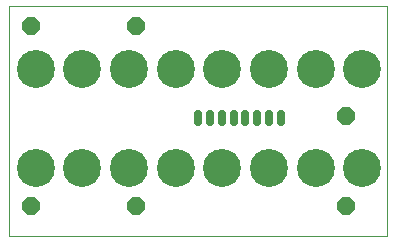
<source format=gbs>
G75*
%MOIN*%
%OFA0B0*%
%FSLAX25Y25*%
%IPPOS*%
%LPD*%
%AMOC8*
5,1,8,0,0,1.08239X$1,22.5*
%
%ADD10C,0.00000*%
%ADD11OC8,0.06000*%
%ADD12C,0.12661*%
%ADD13C,0.02700*%
D10*
X0001000Y0001000D02*
X0001000Y0077772D01*
X0126984Y0077772D01*
X0126984Y0001000D01*
X0001000Y0001000D01*
D11*
X0008126Y0011000D03*
X0043126Y0011000D03*
X0113126Y0011000D03*
X0113126Y0041000D03*
X0043126Y0071000D03*
X0008126Y0071000D03*
D12*
X0009780Y0056866D03*
X0025331Y0056866D03*
X0040882Y0056866D03*
X0056433Y0056866D03*
X0071984Y0056866D03*
X0087535Y0056866D03*
X0103087Y0056866D03*
X0118638Y0056866D03*
X0118638Y0023795D03*
X0103087Y0023795D03*
X0087535Y0023795D03*
X0071984Y0023795D03*
X0056433Y0023795D03*
X0040882Y0023795D03*
X0025331Y0023795D03*
X0009780Y0023795D03*
D13*
X0063874Y0039020D02*
X0063874Y0041720D01*
X0067811Y0041720D02*
X0067811Y0039020D01*
X0071748Y0039020D02*
X0071748Y0041720D01*
X0075685Y0041720D02*
X0075685Y0039020D01*
X0079622Y0039020D02*
X0079622Y0041720D01*
X0083559Y0041720D02*
X0083559Y0039020D01*
X0087496Y0039020D02*
X0087496Y0041720D01*
X0091433Y0041720D02*
X0091433Y0039020D01*
M02*

</source>
